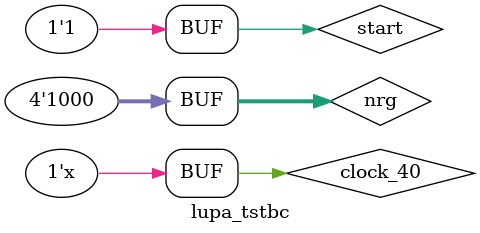
<source format=v>
`timescale 1ns / 1ps


module lupa_tstbc;

	// Inputs
	reg clock_40;
	reg start;
	reg [3:0] nrg;

	// Outputs
	wire spi_clk;
	wire spi_en;
	wire spi_dat;

	// Instantiate the Unit Under Test (UUT)
	lupa_spi_v2 uut (
		.clock_40(clock_40), 
		.start(start), 
		.nrg(nrg), 
		.spi_clk(spi_clk), 
		.spi_en(spi_en), 
		.spi_dat(spi_dat),
		.cfg_DONE(cfg_DONE)
	);

	initial begin
		// Initialize Inputs
		clock_40 = 0;
		start = 0;
		nrg = 4'b1000;

		// Wait 100 ns for global reset to finish
		#200;
        
		// Add stimulus here
		start = 1;
	end
    
	always
		#20 clock_40 = ~clock_40;
endmodule


</source>
